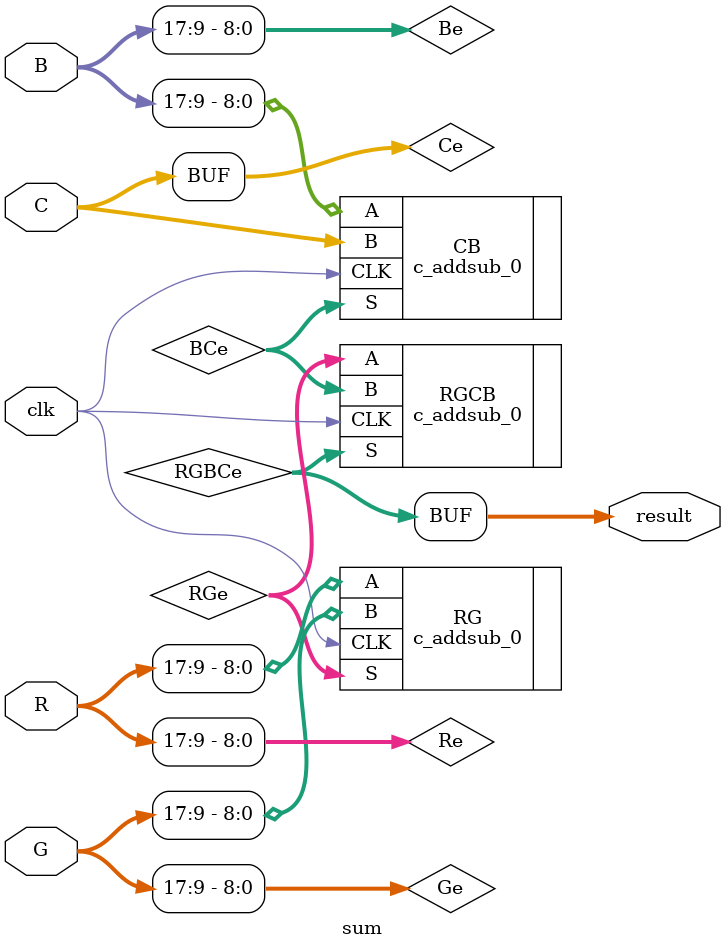
<source format=v>
`timescale 1ns / 1ps


module sum(
    input clk,
    input [35:0] R,
    input [35:0] G,
    input [35:0] B,
    input [8:0] C,
    output [8:0] result
    );
    
    wire [8:0] Re;
    wire [8:0] Ge;
    wire [8:0] Be;
    wire [8:0] Ce;
    
    wire [8:0] RGe;
    wire [8:0] BCe;
    
    wire [8:0] RGBCe;
    
    assign Re = {R[35],R[17:9]};
    assign Ge = {G[35],G[17:9]};
    assign Be = {B[35],B[17:9]};
    assign Ce = C;
    assign result = RGBCe;
    
    c_addsub_0 RG (.CLK(clk), .A(Re), .B(Ge), .S(RGe) );
    c_addsub_0 CB (.CLK(clk), .A(Be), .B(Ce), .S(BCe) );
    
    c_addsub_0 RGCB (.CLK(clk), .A(RGe), .B(BCe), .S(RGBCe) );
    
    
endmodule

</source>
